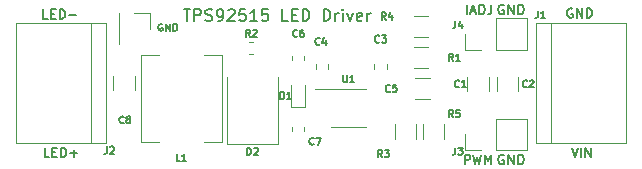
<source format=gto>
G04 #@! TF.GenerationSoftware,KiCad,Pcbnew,5.1.5-52549c5~84~ubuntu18.04.1*
G04 #@! TF.CreationDate,2020-03-07T05:05:02+05:30*
G04 #@! TF.ProjectId,tps92515_led_driver,74707339-3235-4313-955f-6c65645f6472,rev?*
G04 #@! TF.SameCoordinates,Original*
G04 #@! TF.FileFunction,Legend,Top*
G04 #@! TF.FilePolarity,Positive*
%FSLAX46Y46*%
G04 Gerber Fmt 4.6, Leading zero omitted, Abs format (unit mm)*
G04 Created by KiCad (PCBNEW 5.1.5-52549c5~84~ubuntu18.04.1) date 2020-03-07 05:05:02*
%MOMM*%
%LPD*%
G04 APERTURE LIST*
%ADD10C,0.200000*%
%ADD11C,0.150000*%
%ADD12C,0.120000*%
%ADD13C,0.130000*%
G04 APERTURE END LIST*
D10*
X123071428Y-78652380D02*
X123642857Y-78652380D01*
X123357142Y-79652380D02*
X123357142Y-78652380D01*
X123976190Y-79652380D02*
X123976190Y-78652380D01*
X124357142Y-78652380D01*
X124452380Y-78700000D01*
X124500000Y-78747619D01*
X124547619Y-78842857D01*
X124547619Y-78985714D01*
X124500000Y-79080952D01*
X124452380Y-79128571D01*
X124357142Y-79176190D01*
X123976190Y-79176190D01*
X124928571Y-79604761D02*
X125071428Y-79652380D01*
X125309523Y-79652380D01*
X125404761Y-79604761D01*
X125452380Y-79557142D01*
X125500000Y-79461904D01*
X125500000Y-79366666D01*
X125452380Y-79271428D01*
X125404761Y-79223809D01*
X125309523Y-79176190D01*
X125119047Y-79128571D01*
X125023809Y-79080952D01*
X124976190Y-79033333D01*
X124928571Y-78938095D01*
X124928571Y-78842857D01*
X124976190Y-78747619D01*
X125023809Y-78700000D01*
X125119047Y-78652380D01*
X125357142Y-78652380D01*
X125500000Y-78700000D01*
X125976190Y-79652380D02*
X126166666Y-79652380D01*
X126261904Y-79604761D01*
X126309523Y-79557142D01*
X126404761Y-79414285D01*
X126452380Y-79223809D01*
X126452380Y-78842857D01*
X126404761Y-78747619D01*
X126357142Y-78700000D01*
X126261904Y-78652380D01*
X126071428Y-78652380D01*
X125976190Y-78700000D01*
X125928571Y-78747619D01*
X125880952Y-78842857D01*
X125880952Y-79080952D01*
X125928571Y-79176190D01*
X125976190Y-79223809D01*
X126071428Y-79271428D01*
X126261904Y-79271428D01*
X126357142Y-79223809D01*
X126404761Y-79176190D01*
X126452380Y-79080952D01*
X126833333Y-78747619D02*
X126880952Y-78700000D01*
X126976190Y-78652380D01*
X127214285Y-78652380D01*
X127309523Y-78700000D01*
X127357142Y-78747619D01*
X127404761Y-78842857D01*
X127404761Y-78938095D01*
X127357142Y-79080952D01*
X126785714Y-79652380D01*
X127404761Y-79652380D01*
X128309523Y-78652380D02*
X127833333Y-78652380D01*
X127785714Y-79128571D01*
X127833333Y-79080952D01*
X127928571Y-79033333D01*
X128166666Y-79033333D01*
X128261904Y-79080952D01*
X128309523Y-79128571D01*
X128357142Y-79223809D01*
X128357142Y-79461904D01*
X128309523Y-79557142D01*
X128261904Y-79604761D01*
X128166666Y-79652380D01*
X127928571Y-79652380D01*
X127833333Y-79604761D01*
X127785714Y-79557142D01*
X129309523Y-79652380D02*
X128738095Y-79652380D01*
X129023809Y-79652380D02*
X129023809Y-78652380D01*
X128928571Y-78795238D01*
X128833333Y-78890476D01*
X128738095Y-78938095D01*
X130214285Y-78652380D02*
X129738095Y-78652380D01*
X129690476Y-79128571D01*
X129738095Y-79080952D01*
X129833333Y-79033333D01*
X130071428Y-79033333D01*
X130166666Y-79080952D01*
X130214285Y-79128571D01*
X130261904Y-79223809D01*
X130261904Y-79461904D01*
X130214285Y-79557142D01*
X130166666Y-79604761D01*
X130071428Y-79652380D01*
X129833333Y-79652380D01*
X129738095Y-79604761D01*
X129690476Y-79557142D01*
X131928571Y-79652380D02*
X131452380Y-79652380D01*
X131452380Y-78652380D01*
X132261904Y-79128571D02*
X132595238Y-79128571D01*
X132738095Y-79652380D02*
X132261904Y-79652380D01*
X132261904Y-78652380D01*
X132738095Y-78652380D01*
X133166666Y-79652380D02*
X133166666Y-78652380D01*
X133404761Y-78652380D01*
X133547619Y-78700000D01*
X133642857Y-78795238D01*
X133690476Y-78890476D01*
X133738095Y-79080952D01*
X133738095Y-79223809D01*
X133690476Y-79414285D01*
X133642857Y-79509523D01*
X133547619Y-79604761D01*
X133404761Y-79652380D01*
X133166666Y-79652380D01*
X134928571Y-79652380D02*
X134928571Y-78652380D01*
X135166666Y-78652380D01*
X135309523Y-78700000D01*
X135404761Y-78795238D01*
X135452380Y-78890476D01*
X135500000Y-79080952D01*
X135500000Y-79223809D01*
X135452380Y-79414285D01*
X135404761Y-79509523D01*
X135309523Y-79604761D01*
X135166666Y-79652380D01*
X134928571Y-79652380D01*
X135928571Y-79652380D02*
X135928571Y-78985714D01*
X135928571Y-79176190D02*
X135976190Y-79080952D01*
X136023809Y-79033333D01*
X136119047Y-78985714D01*
X136214285Y-78985714D01*
X136547619Y-79652380D02*
X136547619Y-78985714D01*
X136547619Y-78652380D02*
X136500000Y-78700000D01*
X136547619Y-78747619D01*
X136595238Y-78700000D01*
X136547619Y-78652380D01*
X136547619Y-78747619D01*
X136928571Y-78985714D02*
X137166666Y-79652380D01*
X137404761Y-78985714D01*
X138166666Y-79604761D02*
X138071428Y-79652380D01*
X137880952Y-79652380D01*
X137785714Y-79604761D01*
X137738095Y-79509523D01*
X137738095Y-79128571D01*
X137785714Y-79033333D01*
X137880952Y-78985714D01*
X138071428Y-78985714D01*
X138166666Y-79033333D01*
X138214285Y-79128571D01*
X138214285Y-79223809D01*
X137738095Y-79319047D01*
X138642857Y-79652380D02*
X138642857Y-78985714D01*
X138642857Y-79176190D02*
X138690476Y-79080952D01*
X138738095Y-79033333D01*
X138833333Y-78985714D01*
X138928571Y-78985714D01*
D11*
X111590476Y-79461904D02*
X111209523Y-79461904D01*
X111209523Y-78661904D01*
X111857142Y-79042857D02*
X112123809Y-79042857D01*
X112238095Y-79461904D02*
X111857142Y-79461904D01*
X111857142Y-78661904D01*
X112238095Y-78661904D01*
X112580952Y-79461904D02*
X112580952Y-78661904D01*
X112771428Y-78661904D01*
X112885714Y-78700000D01*
X112961904Y-78776190D01*
X113000000Y-78852380D01*
X113038095Y-79004761D01*
X113038095Y-79119047D01*
X113000000Y-79271428D01*
X112961904Y-79347619D01*
X112885714Y-79423809D01*
X112771428Y-79461904D01*
X112580952Y-79461904D01*
X113380952Y-79157142D02*
X113990476Y-79157142D01*
X111690476Y-91161904D02*
X111309523Y-91161904D01*
X111309523Y-90361904D01*
X111957142Y-90742857D02*
X112223809Y-90742857D01*
X112338095Y-91161904D02*
X111957142Y-91161904D01*
X111957142Y-90361904D01*
X112338095Y-90361904D01*
X112680952Y-91161904D02*
X112680952Y-90361904D01*
X112871428Y-90361904D01*
X112985714Y-90400000D01*
X113061904Y-90476190D01*
X113100000Y-90552380D01*
X113138095Y-90704761D01*
X113138095Y-90819047D01*
X113100000Y-90971428D01*
X113061904Y-91047619D01*
X112985714Y-91123809D01*
X112871428Y-91161904D01*
X112680952Y-91161904D01*
X113480952Y-90857142D02*
X114090476Y-90857142D01*
X113785714Y-91161904D02*
X113785714Y-90552380D01*
X155990476Y-78600000D02*
X155914285Y-78561904D01*
X155800000Y-78561904D01*
X155685714Y-78600000D01*
X155609523Y-78676190D01*
X155571428Y-78752380D01*
X155533333Y-78904761D01*
X155533333Y-79019047D01*
X155571428Y-79171428D01*
X155609523Y-79247619D01*
X155685714Y-79323809D01*
X155800000Y-79361904D01*
X155876190Y-79361904D01*
X155990476Y-79323809D01*
X156028571Y-79285714D01*
X156028571Y-79019047D01*
X155876190Y-79019047D01*
X156371428Y-79361904D02*
X156371428Y-78561904D01*
X156828571Y-79361904D01*
X156828571Y-78561904D01*
X157209523Y-79361904D02*
X157209523Y-78561904D01*
X157400000Y-78561904D01*
X157514285Y-78600000D01*
X157590476Y-78676190D01*
X157628571Y-78752380D01*
X157666666Y-78904761D01*
X157666666Y-79019047D01*
X157628571Y-79171428D01*
X157590476Y-79247619D01*
X157514285Y-79323809D01*
X157400000Y-79361904D01*
X157209523Y-79361904D01*
X155923809Y-90361904D02*
X156190476Y-91161904D01*
X156457142Y-90361904D01*
X156723809Y-91161904D02*
X156723809Y-90361904D01*
X157104761Y-91161904D02*
X157104761Y-90361904D01*
X157561904Y-91161904D01*
X157561904Y-90361904D01*
X150190476Y-78300000D02*
X150114285Y-78261904D01*
X150000000Y-78261904D01*
X149885714Y-78300000D01*
X149809523Y-78376190D01*
X149771428Y-78452380D01*
X149733333Y-78604761D01*
X149733333Y-78719047D01*
X149771428Y-78871428D01*
X149809523Y-78947619D01*
X149885714Y-79023809D01*
X150000000Y-79061904D01*
X150076190Y-79061904D01*
X150190476Y-79023809D01*
X150228571Y-78985714D01*
X150228571Y-78719047D01*
X150076190Y-78719047D01*
X150571428Y-79061904D02*
X150571428Y-78261904D01*
X151028571Y-79061904D01*
X151028571Y-78261904D01*
X151409523Y-79061904D02*
X151409523Y-78261904D01*
X151600000Y-78261904D01*
X151714285Y-78300000D01*
X151790476Y-78376190D01*
X151828571Y-78452380D01*
X151866666Y-78604761D01*
X151866666Y-78719047D01*
X151828571Y-78871428D01*
X151790476Y-78947619D01*
X151714285Y-79023809D01*
X151600000Y-79061904D01*
X151409523Y-79061904D01*
X147052380Y-79061904D02*
X147052380Y-78261904D01*
X147395238Y-78833333D02*
X147776190Y-78833333D01*
X147319047Y-79061904D02*
X147585714Y-78261904D01*
X147852380Y-79061904D01*
X148119047Y-79061904D02*
X148119047Y-78261904D01*
X148309523Y-78261904D01*
X148423809Y-78300000D01*
X148500000Y-78376190D01*
X148538095Y-78452380D01*
X148576190Y-78604761D01*
X148576190Y-78719047D01*
X148538095Y-78871428D01*
X148500000Y-78947619D01*
X148423809Y-79023809D01*
X148309523Y-79061904D01*
X148119047Y-79061904D01*
X149147619Y-78261904D02*
X149147619Y-78833333D01*
X149109523Y-78947619D01*
X149033333Y-79023809D01*
X148919047Y-79061904D01*
X148842857Y-79061904D01*
X150190476Y-91000000D02*
X150114285Y-90961904D01*
X150000000Y-90961904D01*
X149885714Y-91000000D01*
X149809523Y-91076190D01*
X149771428Y-91152380D01*
X149733333Y-91304761D01*
X149733333Y-91419047D01*
X149771428Y-91571428D01*
X149809523Y-91647619D01*
X149885714Y-91723809D01*
X150000000Y-91761904D01*
X150076190Y-91761904D01*
X150190476Y-91723809D01*
X150228571Y-91685714D01*
X150228571Y-91419047D01*
X150076190Y-91419047D01*
X150571428Y-91761904D02*
X150571428Y-90961904D01*
X151028571Y-91761904D01*
X151028571Y-90961904D01*
X151409523Y-91761904D02*
X151409523Y-90961904D01*
X151600000Y-90961904D01*
X151714285Y-91000000D01*
X151790476Y-91076190D01*
X151828571Y-91152380D01*
X151866666Y-91304761D01*
X151866666Y-91419047D01*
X151828571Y-91571428D01*
X151790476Y-91647619D01*
X151714285Y-91723809D01*
X151600000Y-91761904D01*
X151409523Y-91761904D01*
X146876190Y-91761904D02*
X146876190Y-90961904D01*
X147180952Y-90961904D01*
X147257142Y-91000000D01*
X147295238Y-91038095D01*
X147333333Y-91114285D01*
X147333333Y-91228571D01*
X147295238Y-91304761D01*
X147257142Y-91342857D01*
X147180952Y-91380952D01*
X146876190Y-91380952D01*
X147600000Y-90961904D02*
X147790476Y-91761904D01*
X147942857Y-91190476D01*
X148095238Y-91761904D01*
X148285714Y-90961904D01*
X148590476Y-91761904D02*
X148590476Y-90961904D01*
X148857142Y-91533333D01*
X149123809Y-90961904D01*
X149123809Y-91761904D01*
D12*
X120230000Y-78970000D02*
X120230000Y-80300000D01*
X118900000Y-78970000D02*
X120230000Y-78970000D01*
X117630000Y-78970000D02*
X117630000Y-81630000D01*
X117630000Y-81630000D02*
X117570000Y-81630000D01*
X117630000Y-78970000D02*
X117570000Y-78970000D01*
X117570000Y-78970000D02*
X117570000Y-81630000D01*
X146920000Y-82080000D02*
X146920000Y-80750000D01*
X148250000Y-82080000D02*
X146920000Y-82080000D01*
X149520000Y-82080000D02*
X149520000Y-79420000D01*
X149520000Y-79420000D02*
X152120000Y-79420000D01*
X149520000Y-82080000D02*
X152120000Y-82080000D01*
X152120000Y-82080000D02*
X152120000Y-79420000D01*
X146920000Y-90580000D02*
X146920000Y-89250000D01*
X148250000Y-90580000D02*
X146920000Y-90580000D01*
X149520000Y-90580000D02*
X149520000Y-87920000D01*
X149520000Y-87920000D02*
X152120000Y-87920000D01*
X149520000Y-90580000D02*
X152120000Y-90580000D01*
X152120000Y-90580000D02*
X152120000Y-87920000D01*
X145160000Y-89602064D02*
X145160000Y-88397936D01*
X143340000Y-89602064D02*
X143340000Y-88397936D01*
X142760000Y-89602064D02*
X142760000Y-88397936D01*
X140940000Y-89602064D02*
X140940000Y-88397936D01*
X137050000Y-85390000D02*
X134175000Y-85390000D01*
X137050000Y-85390000D02*
X138550000Y-85390000D01*
X137050000Y-88610000D02*
X135550000Y-88610000D01*
X137050000Y-88610000D02*
X138550000Y-88610000D01*
X143752064Y-79190000D02*
X142547936Y-79190000D01*
X143752064Y-81010000D02*
X142547936Y-81010000D01*
X128971267Y-81390000D02*
X128628733Y-81390000D01*
X128971267Y-82410000D02*
X128628733Y-82410000D01*
X142547936Y-83660000D02*
X143752064Y-83660000D01*
X142547936Y-81840000D02*
X143752064Y-81840000D01*
X119500000Y-82500000D02*
X121000000Y-82500000D01*
X119500000Y-89900000D02*
X121000000Y-89900000D01*
X119500000Y-82500000D02*
X119500000Y-89900000D01*
X126300000Y-89900000D02*
X124800000Y-89900000D01*
X126300000Y-82500000D02*
X124800000Y-82500000D01*
X126300000Y-89900000D02*
X126300000Y-82500000D01*
X116510000Y-89965000D02*
X116510000Y-79805000D01*
X108890000Y-89965000D02*
X116510000Y-89965000D01*
X108890000Y-79805000D02*
X108890000Y-89965000D01*
X116510000Y-79805000D02*
X108890000Y-79805000D01*
X115240000Y-79805000D02*
X115240000Y-89965000D01*
X152940000Y-79805000D02*
X152940000Y-89965000D01*
X160560000Y-79805000D02*
X152940000Y-79805000D01*
X160560000Y-89965000D02*
X160560000Y-79805000D01*
X152940000Y-89965000D02*
X160560000Y-89965000D01*
X154210000Y-89965000D02*
X154210000Y-79805000D01*
X126750000Y-90100000D02*
X126750000Y-84400000D01*
X131050000Y-90100000D02*
X131050000Y-84400000D01*
X126750000Y-90100000D02*
X131050000Y-90100000D01*
X133400000Y-85100000D02*
X133400000Y-86950000D01*
X132200000Y-85100000D02*
X132200000Y-86950000D01*
X132200000Y-86950000D02*
X133400000Y-86950000D01*
X118960000Y-85502064D02*
X118960000Y-84297936D01*
X117140000Y-85502064D02*
X117140000Y-84297936D01*
X133310000Y-88971267D02*
X133310000Y-88628733D01*
X132290000Y-88971267D02*
X132290000Y-88628733D01*
X133310000Y-82971267D02*
X133310000Y-82628733D01*
X132290000Y-82971267D02*
X132290000Y-82628733D01*
X142697936Y-86260000D02*
X143902064Y-86260000D01*
X142697936Y-84440000D02*
X143902064Y-84440000D01*
X135310000Y-83671267D02*
X135310000Y-83328733D01*
X134290000Y-83671267D02*
X134290000Y-83328733D01*
X140260000Y-83671267D02*
X140260000Y-83328733D01*
X139240000Y-83671267D02*
X139240000Y-83328733D01*
X151410000Y-85602064D02*
X151410000Y-84397936D01*
X149590000Y-85602064D02*
X149590000Y-84397936D01*
X148910000Y-85602064D02*
X148910000Y-84397936D01*
X147090000Y-85602064D02*
X147090000Y-84397936D01*
D13*
X121292857Y-79900000D02*
X121235714Y-79871428D01*
X121150000Y-79871428D01*
X121064285Y-79900000D01*
X121007142Y-79957142D01*
X120978571Y-80014285D01*
X120950000Y-80128571D01*
X120950000Y-80214285D01*
X120978571Y-80328571D01*
X121007142Y-80385714D01*
X121064285Y-80442857D01*
X121150000Y-80471428D01*
X121207142Y-80471428D01*
X121292857Y-80442857D01*
X121321428Y-80414285D01*
X121321428Y-80214285D01*
X121207142Y-80214285D01*
X121578571Y-80471428D02*
X121578571Y-79871428D01*
X121921428Y-80471428D01*
X121921428Y-79871428D01*
X122207142Y-80471428D02*
X122207142Y-79871428D01*
X122350000Y-79871428D01*
X122435714Y-79900000D01*
X122492857Y-79957142D01*
X122521428Y-80014285D01*
X122550000Y-80128571D01*
X122550000Y-80214285D01*
X122521428Y-80328571D01*
X122492857Y-80385714D01*
X122435714Y-80442857D01*
X122350000Y-80471428D01*
X122207142Y-80471428D01*
X146100000Y-79671428D02*
X146100000Y-80100000D01*
X146071428Y-80185714D01*
X146014285Y-80242857D01*
X145928571Y-80271428D01*
X145871428Y-80271428D01*
X146642857Y-79871428D02*
X146642857Y-80271428D01*
X146500000Y-79642857D02*
X146357142Y-80071428D01*
X146728571Y-80071428D01*
X146100000Y-90371428D02*
X146100000Y-90800000D01*
X146071428Y-90885714D01*
X146014285Y-90942857D01*
X145928571Y-90971428D01*
X145871428Y-90971428D01*
X146328571Y-90371428D02*
X146700000Y-90371428D01*
X146500000Y-90600000D01*
X146585714Y-90600000D01*
X146642857Y-90628571D01*
X146671428Y-90657142D01*
X146700000Y-90714285D01*
X146700000Y-90857142D01*
X146671428Y-90914285D01*
X146642857Y-90942857D01*
X146585714Y-90971428D01*
X146414285Y-90971428D01*
X146357142Y-90942857D01*
X146328571Y-90914285D01*
X145900000Y-87771428D02*
X145700000Y-87485714D01*
X145557142Y-87771428D02*
X145557142Y-87171428D01*
X145785714Y-87171428D01*
X145842857Y-87200000D01*
X145871428Y-87228571D01*
X145900000Y-87285714D01*
X145900000Y-87371428D01*
X145871428Y-87428571D01*
X145842857Y-87457142D01*
X145785714Y-87485714D01*
X145557142Y-87485714D01*
X146442857Y-87171428D02*
X146157142Y-87171428D01*
X146128571Y-87457142D01*
X146157142Y-87428571D01*
X146214285Y-87400000D01*
X146357142Y-87400000D01*
X146414285Y-87428571D01*
X146442857Y-87457142D01*
X146471428Y-87514285D01*
X146471428Y-87657142D01*
X146442857Y-87714285D01*
X146414285Y-87742857D01*
X146357142Y-87771428D01*
X146214285Y-87771428D01*
X146157142Y-87742857D01*
X146128571Y-87714285D01*
X139900000Y-91171428D02*
X139700000Y-90885714D01*
X139557142Y-91171428D02*
X139557142Y-90571428D01*
X139785714Y-90571428D01*
X139842857Y-90600000D01*
X139871428Y-90628571D01*
X139900000Y-90685714D01*
X139900000Y-90771428D01*
X139871428Y-90828571D01*
X139842857Y-90857142D01*
X139785714Y-90885714D01*
X139557142Y-90885714D01*
X140100000Y-90571428D02*
X140471428Y-90571428D01*
X140271428Y-90800000D01*
X140357142Y-90800000D01*
X140414285Y-90828571D01*
X140442857Y-90857142D01*
X140471428Y-90914285D01*
X140471428Y-91057142D01*
X140442857Y-91114285D01*
X140414285Y-91142857D01*
X140357142Y-91171428D01*
X140185714Y-91171428D01*
X140128571Y-91142857D01*
X140100000Y-91114285D01*
X136592857Y-84221428D02*
X136592857Y-84707142D01*
X136621428Y-84764285D01*
X136650000Y-84792857D01*
X136707142Y-84821428D01*
X136821428Y-84821428D01*
X136878571Y-84792857D01*
X136907142Y-84764285D01*
X136935714Y-84707142D01*
X136935714Y-84221428D01*
X137535714Y-84821428D02*
X137192857Y-84821428D01*
X137364285Y-84821428D02*
X137364285Y-84221428D01*
X137307142Y-84307142D01*
X137250000Y-84364285D01*
X137192857Y-84392857D01*
X140200000Y-79521428D02*
X140000000Y-79235714D01*
X139857142Y-79521428D02*
X139857142Y-78921428D01*
X140085714Y-78921428D01*
X140142857Y-78950000D01*
X140171428Y-78978571D01*
X140200000Y-79035714D01*
X140200000Y-79121428D01*
X140171428Y-79178571D01*
X140142857Y-79207142D01*
X140085714Y-79235714D01*
X139857142Y-79235714D01*
X140714285Y-79121428D02*
X140714285Y-79521428D01*
X140571428Y-78892857D02*
X140428571Y-79321428D01*
X140800000Y-79321428D01*
X128700000Y-80971428D02*
X128500000Y-80685714D01*
X128357142Y-80971428D02*
X128357142Y-80371428D01*
X128585714Y-80371428D01*
X128642857Y-80400000D01*
X128671428Y-80428571D01*
X128700000Y-80485714D01*
X128700000Y-80571428D01*
X128671428Y-80628571D01*
X128642857Y-80657142D01*
X128585714Y-80685714D01*
X128357142Y-80685714D01*
X128928571Y-80428571D02*
X128957142Y-80400000D01*
X129014285Y-80371428D01*
X129157142Y-80371428D01*
X129214285Y-80400000D01*
X129242857Y-80428571D01*
X129271428Y-80485714D01*
X129271428Y-80542857D01*
X129242857Y-80628571D01*
X128900000Y-80971428D01*
X129271428Y-80971428D01*
X145900000Y-83021428D02*
X145700000Y-82735714D01*
X145557142Y-83021428D02*
X145557142Y-82421428D01*
X145785714Y-82421428D01*
X145842857Y-82450000D01*
X145871428Y-82478571D01*
X145900000Y-82535714D01*
X145900000Y-82621428D01*
X145871428Y-82678571D01*
X145842857Y-82707142D01*
X145785714Y-82735714D01*
X145557142Y-82735714D01*
X146471428Y-83021428D02*
X146128571Y-83021428D01*
X146300000Y-83021428D02*
X146300000Y-82421428D01*
X146242857Y-82507142D01*
X146185714Y-82564285D01*
X146128571Y-82592857D01*
X122800000Y-91471428D02*
X122514285Y-91471428D01*
X122514285Y-90871428D01*
X123314285Y-91471428D02*
X122971428Y-91471428D01*
X123142857Y-91471428D02*
X123142857Y-90871428D01*
X123085714Y-90957142D01*
X123028571Y-91014285D01*
X122971428Y-91042857D01*
X116600000Y-90271428D02*
X116600000Y-90700000D01*
X116571428Y-90785714D01*
X116514285Y-90842857D01*
X116428571Y-90871428D01*
X116371428Y-90871428D01*
X116857142Y-90328571D02*
X116885714Y-90300000D01*
X116942857Y-90271428D01*
X117085714Y-90271428D01*
X117142857Y-90300000D01*
X117171428Y-90328571D01*
X117200000Y-90385714D01*
X117200000Y-90442857D01*
X117171428Y-90528571D01*
X116828571Y-90871428D01*
X117200000Y-90871428D01*
X153100000Y-78771428D02*
X153100000Y-79200000D01*
X153071428Y-79285714D01*
X153014285Y-79342857D01*
X152928571Y-79371428D01*
X152871428Y-79371428D01*
X153700000Y-79371428D02*
X153357142Y-79371428D01*
X153528571Y-79371428D02*
X153528571Y-78771428D01*
X153471428Y-78857142D01*
X153414285Y-78914285D01*
X153357142Y-78942857D01*
X128457142Y-90971428D02*
X128457142Y-90371428D01*
X128600000Y-90371428D01*
X128685714Y-90400000D01*
X128742857Y-90457142D01*
X128771428Y-90514285D01*
X128800000Y-90628571D01*
X128800000Y-90714285D01*
X128771428Y-90828571D01*
X128742857Y-90885714D01*
X128685714Y-90942857D01*
X128600000Y-90971428D01*
X128457142Y-90971428D01*
X129028571Y-90428571D02*
X129057142Y-90400000D01*
X129114285Y-90371428D01*
X129257142Y-90371428D01*
X129314285Y-90400000D01*
X129342857Y-90428571D01*
X129371428Y-90485714D01*
X129371428Y-90542857D01*
X129342857Y-90628571D01*
X129000000Y-90971428D01*
X129371428Y-90971428D01*
X131257142Y-86271428D02*
X131257142Y-85671428D01*
X131400000Y-85671428D01*
X131485714Y-85700000D01*
X131542857Y-85757142D01*
X131571428Y-85814285D01*
X131600000Y-85928571D01*
X131600000Y-86014285D01*
X131571428Y-86128571D01*
X131542857Y-86185714D01*
X131485714Y-86242857D01*
X131400000Y-86271428D01*
X131257142Y-86271428D01*
X132171428Y-86271428D02*
X131828571Y-86271428D01*
X132000000Y-86271428D02*
X132000000Y-85671428D01*
X131942857Y-85757142D01*
X131885714Y-85814285D01*
X131828571Y-85842857D01*
X118000000Y-88264285D02*
X117971428Y-88292857D01*
X117885714Y-88321428D01*
X117828571Y-88321428D01*
X117742857Y-88292857D01*
X117685714Y-88235714D01*
X117657142Y-88178571D01*
X117628571Y-88064285D01*
X117628571Y-87978571D01*
X117657142Y-87864285D01*
X117685714Y-87807142D01*
X117742857Y-87750000D01*
X117828571Y-87721428D01*
X117885714Y-87721428D01*
X117971428Y-87750000D01*
X118000000Y-87778571D01*
X118342857Y-87978571D02*
X118285714Y-87950000D01*
X118257142Y-87921428D01*
X118228571Y-87864285D01*
X118228571Y-87835714D01*
X118257142Y-87778571D01*
X118285714Y-87750000D01*
X118342857Y-87721428D01*
X118457142Y-87721428D01*
X118514285Y-87750000D01*
X118542857Y-87778571D01*
X118571428Y-87835714D01*
X118571428Y-87864285D01*
X118542857Y-87921428D01*
X118514285Y-87950000D01*
X118457142Y-87978571D01*
X118342857Y-87978571D01*
X118285714Y-88007142D01*
X118257142Y-88035714D01*
X118228571Y-88092857D01*
X118228571Y-88207142D01*
X118257142Y-88264285D01*
X118285714Y-88292857D01*
X118342857Y-88321428D01*
X118457142Y-88321428D01*
X118514285Y-88292857D01*
X118542857Y-88264285D01*
X118571428Y-88207142D01*
X118571428Y-88092857D01*
X118542857Y-88035714D01*
X118514285Y-88007142D01*
X118457142Y-87978571D01*
X134100000Y-90064285D02*
X134071428Y-90092857D01*
X133985714Y-90121428D01*
X133928571Y-90121428D01*
X133842857Y-90092857D01*
X133785714Y-90035714D01*
X133757142Y-89978571D01*
X133728571Y-89864285D01*
X133728571Y-89778571D01*
X133757142Y-89664285D01*
X133785714Y-89607142D01*
X133842857Y-89550000D01*
X133928571Y-89521428D01*
X133985714Y-89521428D01*
X134071428Y-89550000D01*
X134100000Y-89578571D01*
X134300000Y-89521428D02*
X134700000Y-89521428D01*
X134442857Y-90121428D01*
X132700000Y-80914285D02*
X132671428Y-80942857D01*
X132585714Y-80971428D01*
X132528571Y-80971428D01*
X132442857Y-80942857D01*
X132385714Y-80885714D01*
X132357142Y-80828571D01*
X132328571Y-80714285D01*
X132328571Y-80628571D01*
X132357142Y-80514285D01*
X132385714Y-80457142D01*
X132442857Y-80400000D01*
X132528571Y-80371428D01*
X132585714Y-80371428D01*
X132671428Y-80400000D01*
X132700000Y-80428571D01*
X133214285Y-80371428D02*
X133100000Y-80371428D01*
X133042857Y-80400000D01*
X133014285Y-80428571D01*
X132957142Y-80514285D01*
X132928571Y-80628571D01*
X132928571Y-80857142D01*
X132957142Y-80914285D01*
X132985714Y-80942857D01*
X133042857Y-80971428D01*
X133157142Y-80971428D01*
X133214285Y-80942857D01*
X133242857Y-80914285D01*
X133271428Y-80857142D01*
X133271428Y-80714285D01*
X133242857Y-80657142D01*
X133214285Y-80628571D01*
X133157142Y-80600000D01*
X133042857Y-80600000D01*
X132985714Y-80628571D01*
X132957142Y-80657142D01*
X132928571Y-80714285D01*
X140550000Y-85589285D02*
X140521428Y-85617857D01*
X140435714Y-85646428D01*
X140378571Y-85646428D01*
X140292857Y-85617857D01*
X140235714Y-85560714D01*
X140207142Y-85503571D01*
X140178571Y-85389285D01*
X140178571Y-85303571D01*
X140207142Y-85189285D01*
X140235714Y-85132142D01*
X140292857Y-85075000D01*
X140378571Y-85046428D01*
X140435714Y-85046428D01*
X140521428Y-85075000D01*
X140550000Y-85103571D01*
X141092857Y-85046428D02*
X140807142Y-85046428D01*
X140778571Y-85332142D01*
X140807142Y-85303571D01*
X140864285Y-85275000D01*
X141007142Y-85275000D01*
X141064285Y-85303571D01*
X141092857Y-85332142D01*
X141121428Y-85389285D01*
X141121428Y-85532142D01*
X141092857Y-85589285D01*
X141064285Y-85617857D01*
X141007142Y-85646428D01*
X140864285Y-85646428D01*
X140807142Y-85617857D01*
X140778571Y-85589285D01*
X134600000Y-81614285D02*
X134571428Y-81642857D01*
X134485714Y-81671428D01*
X134428571Y-81671428D01*
X134342857Y-81642857D01*
X134285714Y-81585714D01*
X134257142Y-81528571D01*
X134228571Y-81414285D01*
X134228571Y-81328571D01*
X134257142Y-81214285D01*
X134285714Y-81157142D01*
X134342857Y-81100000D01*
X134428571Y-81071428D01*
X134485714Y-81071428D01*
X134571428Y-81100000D01*
X134600000Y-81128571D01*
X135114285Y-81271428D02*
X135114285Y-81671428D01*
X134971428Y-81042857D02*
X134828571Y-81471428D01*
X135200000Y-81471428D01*
X139650000Y-81414285D02*
X139621428Y-81442857D01*
X139535714Y-81471428D01*
X139478571Y-81471428D01*
X139392857Y-81442857D01*
X139335714Y-81385714D01*
X139307142Y-81328571D01*
X139278571Y-81214285D01*
X139278571Y-81128571D01*
X139307142Y-81014285D01*
X139335714Y-80957142D01*
X139392857Y-80900000D01*
X139478571Y-80871428D01*
X139535714Y-80871428D01*
X139621428Y-80900000D01*
X139650000Y-80928571D01*
X139850000Y-80871428D02*
X140221428Y-80871428D01*
X140021428Y-81100000D01*
X140107142Y-81100000D01*
X140164285Y-81128571D01*
X140192857Y-81157142D01*
X140221428Y-81214285D01*
X140221428Y-81357142D01*
X140192857Y-81414285D01*
X140164285Y-81442857D01*
X140107142Y-81471428D01*
X139935714Y-81471428D01*
X139878571Y-81442857D01*
X139850000Y-81414285D01*
X152150000Y-85214285D02*
X152121428Y-85242857D01*
X152035714Y-85271428D01*
X151978571Y-85271428D01*
X151892857Y-85242857D01*
X151835714Y-85185714D01*
X151807142Y-85128571D01*
X151778571Y-85014285D01*
X151778571Y-84928571D01*
X151807142Y-84814285D01*
X151835714Y-84757142D01*
X151892857Y-84700000D01*
X151978571Y-84671428D01*
X152035714Y-84671428D01*
X152121428Y-84700000D01*
X152150000Y-84728571D01*
X152378571Y-84728571D02*
X152407142Y-84700000D01*
X152464285Y-84671428D01*
X152607142Y-84671428D01*
X152664285Y-84700000D01*
X152692857Y-84728571D01*
X152721428Y-84785714D01*
X152721428Y-84842857D01*
X152692857Y-84928571D01*
X152350000Y-85271428D01*
X152721428Y-85271428D01*
X146400000Y-85214285D02*
X146371428Y-85242857D01*
X146285714Y-85271428D01*
X146228571Y-85271428D01*
X146142857Y-85242857D01*
X146085714Y-85185714D01*
X146057142Y-85128571D01*
X146028571Y-85014285D01*
X146028571Y-84928571D01*
X146057142Y-84814285D01*
X146085714Y-84757142D01*
X146142857Y-84700000D01*
X146228571Y-84671428D01*
X146285714Y-84671428D01*
X146371428Y-84700000D01*
X146400000Y-84728571D01*
X146971428Y-85271428D02*
X146628571Y-85271428D01*
X146800000Y-85271428D02*
X146800000Y-84671428D01*
X146742857Y-84757142D01*
X146685714Y-84814285D01*
X146628571Y-84842857D01*
M02*

</source>
